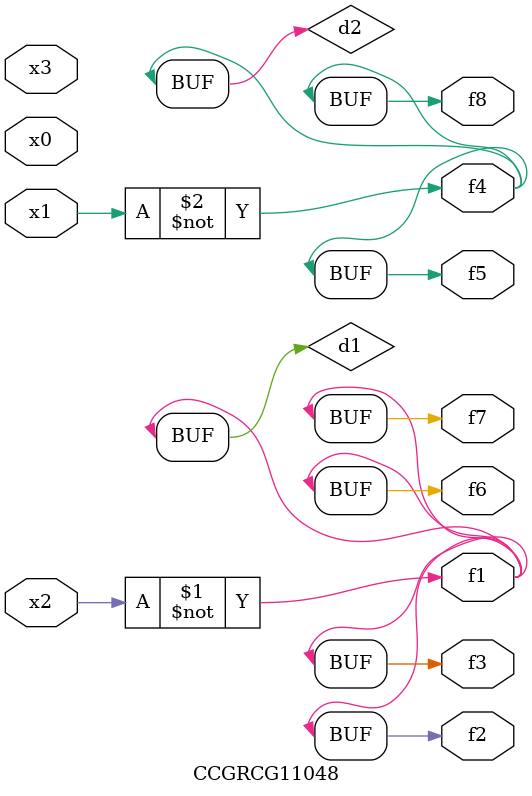
<source format=v>
module CCGRCG11048(
	input x0, x1, x2, x3,
	output f1, f2, f3, f4, f5, f6, f7, f8
);

	wire d1, d2;

	xnor (d1, x2);
	not (d2, x1);
	assign f1 = d1;
	assign f2 = d1;
	assign f3 = d1;
	assign f4 = d2;
	assign f5 = d2;
	assign f6 = d1;
	assign f7 = d1;
	assign f8 = d2;
endmodule

</source>
